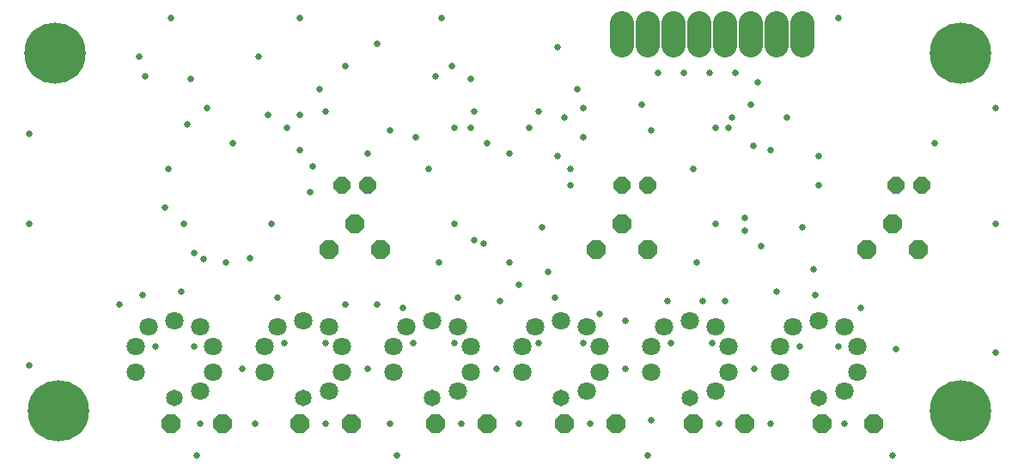
<source format=gbs>
G04 EAGLE Gerber RS-274X export*
G75*
%MOMM*%
%FSLAX34Y34*%
%LPD*%
%INSoldermask Bottom*%
%IPPOS*%
%AMOC8*
5,1,8,0,0,1.08239X$1,22.5*%
G01*
%ADD10C,1.643200*%
%ADD11C,1.803200*%
%ADD12C,2.363200*%
%ADD13C,6.045200*%
%ADD14P,1.803519X8X22.500000*%
%ADD15P,1.951982X8X22.500000*%
%ADD16P,2.034460X8X22.500000*%
%ADD17C,0.660400*%


D10*
X803275Y69850D03*
D11*
X803275Y146050D03*
X841375Y120650D03*
X828675Y139700D03*
X841375Y95250D03*
X828675Y76200D03*
X765175Y95250D03*
X765175Y120650D03*
X777875Y139700D03*
D10*
X676275Y69850D03*
D11*
X676275Y146050D03*
X714375Y120650D03*
X701675Y139700D03*
X714375Y95250D03*
X701675Y76200D03*
X638175Y95250D03*
X638175Y120650D03*
X650875Y139700D03*
D10*
X549275Y69850D03*
D11*
X549275Y146050D03*
X587375Y120650D03*
X574675Y139700D03*
X587375Y95250D03*
X574675Y76200D03*
X511175Y95250D03*
X511175Y120650D03*
X523875Y139700D03*
D10*
X422275Y69850D03*
D11*
X422275Y146050D03*
X460375Y120650D03*
X447675Y139700D03*
X460375Y95250D03*
X447675Y76200D03*
X384175Y95250D03*
X384175Y120650D03*
X396875Y139700D03*
D10*
X295275Y69850D03*
D11*
X295275Y146050D03*
X333375Y120650D03*
X320675Y139700D03*
X333375Y95250D03*
X320675Y76200D03*
X257175Y95250D03*
X257175Y120650D03*
X269875Y139700D03*
D10*
X168275Y69850D03*
D11*
X168275Y146050D03*
X206375Y120650D03*
X193675Y139700D03*
X206375Y95250D03*
X193675Y76200D03*
X130175Y95250D03*
X130175Y120650D03*
X142875Y139700D03*
D12*
X609600Y417825D02*
X609600Y439425D01*
X635000Y439425D02*
X635000Y417825D01*
X660400Y417825D02*
X660400Y439425D01*
X685800Y439425D02*
X685800Y417825D01*
X711200Y417825D02*
X711200Y439425D01*
X736600Y439425D02*
X736600Y417825D01*
X762000Y417825D02*
X762000Y439425D01*
X787400Y439425D02*
X787400Y417825D01*
D13*
X53975Y57150D03*
X942975Y409575D03*
X50475Y410050D03*
X942975Y57150D03*
D14*
X879475Y279400D03*
X904875Y279400D03*
D15*
X806450Y44450D03*
X857250Y44450D03*
X679450Y44450D03*
X730250Y44450D03*
X552450Y44450D03*
X603250Y44450D03*
X425450Y44450D03*
X476250Y44450D03*
X292100Y44450D03*
X342900Y44450D03*
X165100Y44450D03*
X215900Y44450D03*
D16*
X901700Y215900D03*
X850900Y215900D03*
X876300Y241300D03*
D14*
X609600Y279400D03*
X635000Y279400D03*
D16*
X635000Y215900D03*
X584200Y215900D03*
X609600Y241300D03*
D14*
X333375Y279400D03*
X358775Y279400D03*
D16*
X371475Y215900D03*
X320675Y215900D03*
X346075Y241300D03*
D17*
X25400Y330200D03*
X25400Y241300D03*
X25400Y101600D03*
X165100Y444500D03*
X431800Y444500D03*
X292100Y444500D03*
X190500Y12700D03*
X387350Y12700D03*
X635000Y12700D03*
X876300Y12700D03*
X977900Y114300D03*
X977900Y355600D03*
X977900Y241300D03*
X180975Y339725D03*
X200025Y355600D03*
X444500Y336550D03*
X460375Y336550D03*
X463550Y352425D03*
X701675Y336550D03*
X714375Y336550D03*
X717550Y346075D03*
X742950Y381000D03*
X317500Y352425D03*
X358775Y311150D03*
X304800Y298450D03*
X558800Y295275D03*
X419100Y295275D03*
X444500Y241300D03*
X679450Y295275D03*
X803275Y307975D03*
X771525Y346075D03*
X917575Y320675D03*
X879475Y117475D03*
X822325Y120650D03*
X784225Y120650D03*
X800100Y171450D03*
X746125Y219075D03*
X701675Y241300D03*
X828675Y44450D03*
X755650Y44450D03*
X704850Y44450D03*
X638175Y47625D03*
X577850Y44450D03*
X508000Y44450D03*
X450850Y44450D03*
X381000Y44450D03*
X317500Y44450D03*
X247650Y44450D03*
X193675Y44450D03*
X149225Y120650D03*
X187325Y120650D03*
X276225Y123825D03*
X317500Y123825D03*
X403225Y123825D03*
X444500Y123825D03*
X527050Y123825D03*
X571500Y123825D03*
X657225Y123825D03*
X698500Y123825D03*
X612775Y146050D03*
X571500Y327025D03*
X571500Y355600D03*
X628650Y358775D03*
X406400Y327025D03*
X260350Y349250D03*
X177800Y241300D03*
X263525Y241300D03*
X269875Y168275D03*
X174625Y174625D03*
X368300Y161925D03*
X447675Y168275D03*
X488950Y165100D03*
X498475Y203200D03*
X530225Y238125D03*
X787400Y238125D03*
X688975Y165100D03*
X739775Y98425D03*
X711200Y165100D03*
X234950Y98425D03*
X358775Y98425D03*
X485775Y98425D03*
X612775Y98425D03*
X114300Y161925D03*
X161925Y295275D03*
X133350Y406400D03*
X250825Y406400D03*
X368300Y419100D03*
X527050Y352425D03*
X542925Y168275D03*
X336550Y396875D03*
X441325Y396875D03*
X546100Y415925D03*
X822325Y444500D03*
X803275Y279400D03*
X762000Y174625D03*
X797814Y196850D03*
X587375Y152400D03*
X558800Y279400D03*
X508000Y180975D03*
X336550Y161925D03*
X720725Y390525D03*
X565150Y374650D03*
X311150Y374650D03*
X669925Y390525D03*
X460375Y384175D03*
X184150Y384175D03*
X695325Y390525D03*
X644525Y390525D03*
X425450Y387350D03*
X139700Y387350D03*
X219075Y203200D03*
X301625Y273050D03*
X755650Y314325D03*
X638175Y333375D03*
X517525Y336550D03*
X476250Y320675D03*
X498475Y311150D03*
X381000Y333375D03*
X279400Y336550D03*
X225425Y320675D03*
X738575Y318700D03*
X736600Y358775D03*
X546100Y307975D03*
X552450Y346075D03*
X292100Y314325D03*
X292100Y349250D03*
X844550Y158750D03*
X654050Y165100D03*
X730250Y247047D03*
X730250Y234950D03*
X682753Y203200D03*
X473075Y222250D03*
X463550Y225425D03*
X393700Y158750D03*
X428625Y203200D03*
X536575Y193675D03*
X196850Y206375D03*
X187325Y212725D03*
X158750Y257175D03*
X136525Y171450D03*
X242256Y207331D03*
M02*

</source>
